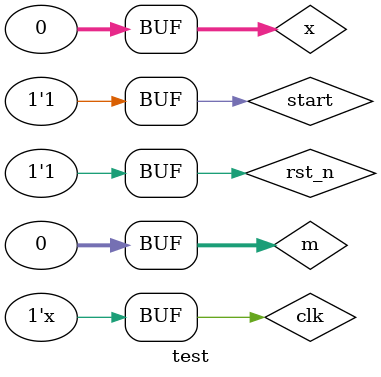
<source format=v>
`timescale 1ns / 1ps


module test;

	// Inputs
	reg clk;
	reg rst_n;
	reg start;
	reg [31:0] m;
	reg [31:0] x;

	// Outputs
	wire finish;
	wire [31:0] x_out;
	wire [31:0] m_out;

	// Instantiate the Unit Under Test (UUT)
	SubNibble uut (
		.clk(clk), 
		.rst_n(rst_n), 
		.start(start), 
		.m(m), 
		.x(x), 
		.finish(finish), 
		.x_out(x_out), 
		.m_out(m_out)
	);
	always #2 clk=~clk;
	initial begin
		// Initialize Inputs
		clk = 0;
		rst_n = 0;
		start = 0;
		m = 0;
		x = 0;
		#2 rst_n = 1;
		#2 start = 1;
   
		// Wait 100 ns for global reset to finish
		#100;
        
		// Add stimulus here

	end
      
endmodule


</source>
